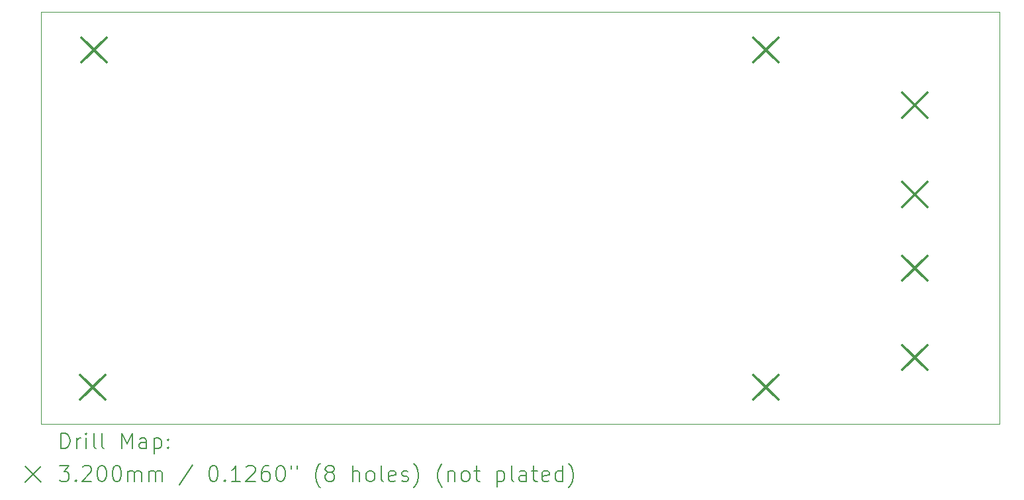
<source format=gbr>
%FSLAX45Y45*%
G04 Gerber Fmt 4.5, Leading zero omitted, Abs format (unit mm)*
G04 Created by KiCad (PCBNEW (6.0.2)) date 2022-02-18 01:26:50*
%MOMM*%
%LPD*%
G01*
G04 APERTURE LIST*
%TA.AperFunction,Profile*%
%ADD10C,0.100000*%
%TD*%
%ADD11C,0.200000*%
%ADD12C,0.320000*%
G04 APERTURE END LIST*
D10*
X27940000Y-1841500D02*
X15684500Y-1841500D01*
X27940000Y-7112000D02*
X27940000Y-1841500D01*
X15684500Y-7112000D02*
X27940000Y-7112000D01*
X15684500Y-1841500D02*
X15684500Y-7112000D01*
D11*
D12*
X16184900Y-6482100D02*
X16504900Y-6802100D01*
X16504900Y-6482100D02*
X16184900Y-6802100D01*
X16201200Y-2164100D02*
X16521200Y-2484100D01*
X16521200Y-2164100D02*
X16201200Y-2484100D01*
X24795500Y-2164100D02*
X25115500Y-2484100D01*
X25115500Y-2164100D02*
X24795500Y-2484100D01*
X24795500Y-6482100D02*
X25115500Y-6802100D01*
X25115500Y-6482100D02*
X24795500Y-6802100D01*
X26699300Y-2873800D02*
X27019300Y-3193800D01*
X27019300Y-2873800D02*
X26699300Y-3193800D01*
X26699300Y-4016800D02*
X27019300Y-4336800D01*
X27019300Y-4016800D02*
X26699300Y-4336800D01*
X26699700Y-4959300D02*
X27019700Y-5279300D01*
X27019700Y-4959300D02*
X26699700Y-5279300D01*
X26699700Y-6102300D02*
X27019700Y-6422300D01*
X27019700Y-6102300D02*
X26699700Y-6422300D01*
D11*
X15937119Y-7427476D02*
X15937119Y-7227476D01*
X15984738Y-7227476D01*
X16013309Y-7237000D01*
X16032357Y-7256048D01*
X16041881Y-7275095D01*
X16051405Y-7313190D01*
X16051405Y-7341762D01*
X16041881Y-7379857D01*
X16032357Y-7398905D01*
X16013309Y-7417952D01*
X15984738Y-7427476D01*
X15937119Y-7427476D01*
X16137119Y-7427476D02*
X16137119Y-7294143D01*
X16137119Y-7332238D02*
X16146643Y-7313190D01*
X16156167Y-7303667D01*
X16175214Y-7294143D01*
X16194262Y-7294143D01*
X16260928Y-7427476D02*
X16260928Y-7294143D01*
X16260928Y-7227476D02*
X16251405Y-7237000D01*
X16260928Y-7246524D01*
X16270452Y-7237000D01*
X16260928Y-7227476D01*
X16260928Y-7246524D01*
X16384738Y-7427476D02*
X16365690Y-7417952D01*
X16356167Y-7398905D01*
X16356167Y-7227476D01*
X16489500Y-7427476D02*
X16470452Y-7417952D01*
X16460928Y-7398905D01*
X16460928Y-7227476D01*
X16718071Y-7427476D02*
X16718071Y-7227476D01*
X16784738Y-7370333D01*
X16851405Y-7227476D01*
X16851405Y-7427476D01*
X17032357Y-7427476D02*
X17032357Y-7322714D01*
X17022833Y-7303667D01*
X17003786Y-7294143D01*
X16965690Y-7294143D01*
X16946643Y-7303667D01*
X17032357Y-7417952D02*
X17013310Y-7427476D01*
X16965690Y-7427476D01*
X16946643Y-7417952D01*
X16937119Y-7398905D01*
X16937119Y-7379857D01*
X16946643Y-7360809D01*
X16965690Y-7351286D01*
X17013310Y-7351286D01*
X17032357Y-7341762D01*
X17127595Y-7294143D02*
X17127595Y-7494143D01*
X17127595Y-7303667D02*
X17146643Y-7294143D01*
X17184738Y-7294143D01*
X17203786Y-7303667D01*
X17213310Y-7313190D01*
X17222833Y-7332238D01*
X17222833Y-7389381D01*
X17213310Y-7408428D01*
X17203786Y-7417952D01*
X17184738Y-7427476D01*
X17146643Y-7427476D01*
X17127595Y-7417952D01*
X17308548Y-7408428D02*
X17318071Y-7417952D01*
X17308548Y-7427476D01*
X17299024Y-7417952D01*
X17308548Y-7408428D01*
X17308548Y-7427476D01*
X17308548Y-7303667D02*
X17318071Y-7313190D01*
X17308548Y-7322714D01*
X17299024Y-7313190D01*
X17308548Y-7303667D01*
X17308548Y-7322714D01*
X15479500Y-7657000D02*
X15679500Y-7857000D01*
X15679500Y-7657000D02*
X15479500Y-7857000D01*
X15918071Y-7647476D02*
X16041881Y-7647476D01*
X15975214Y-7723667D01*
X16003786Y-7723667D01*
X16022833Y-7733190D01*
X16032357Y-7742714D01*
X16041881Y-7761762D01*
X16041881Y-7809381D01*
X16032357Y-7828428D01*
X16022833Y-7837952D01*
X16003786Y-7847476D01*
X15946643Y-7847476D01*
X15927595Y-7837952D01*
X15918071Y-7828428D01*
X16127595Y-7828428D02*
X16137119Y-7837952D01*
X16127595Y-7847476D01*
X16118071Y-7837952D01*
X16127595Y-7828428D01*
X16127595Y-7847476D01*
X16213309Y-7666524D02*
X16222833Y-7657000D01*
X16241881Y-7647476D01*
X16289500Y-7647476D01*
X16308548Y-7657000D01*
X16318071Y-7666524D01*
X16327595Y-7685571D01*
X16327595Y-7704619D01*
X16318071Y-7733190D01*
X16203786Y-7847476D01*
X16327595Y-7847476D01*
X16451405Y-7647476D02*
X16470452Y-7647476D01*
X16489500Y-7657000D01*
X16499024Y-7666524D01*
X16508548Y-7685571D01*
X16518071Y-7723667D01*
X16518071Y-7771286D01*
X16508548Y-7809381D01*
X16499024Y-7828428D01*
X16489500Y-7837952D01*
X16470452Y-7847476D01*
X16451405Y-7847476D01*
X16432357Y-7837952D01*
X16422833Y-7828428D01*
X16413309Y-7809381D01*
X16403786Y-7771286D01*
X16403786Y-7723667D01*
X16413309Y-7685571D01*
X16422833Y-7666524D01*
X16432357Y-7657000D01*
X16451405Y-7647476D01*
X16641881Y-7647476D02*
X16660928Y-7647476D01*
X16679976Y-7657000D01*
X16689500Y-7666524D01*
X16699024Y-7685571D01*
X16708548Y-7723667D01*
X16708548Y-7771286D01*
X16699024Y-7809381D01*
X16689500Y-7828428D01*
X16679976Y-7837952D01*
X16660928Y-7847476D01*
X16641881Y-7847476D01*
X16622833Y-7837952D01*
X16613309Y-7828428D01*
X16603786Y-7809381D01*
X16594262Y-7771286D01*
X16594262Y-7723667D01*
X16603786Y-7685571D01*
X16613309Y-7666524D01*
X16622833Y-7657000D01*
X16641881Y-7647476D01*
X16794262Y-7847476D02*
X16794262Y-7714143D01*
X16794262Y-7733190D02*
X16803786Y-7723667D01*
X16822833Y-7714143D01*
X16851405Y-7714143D01*
X16870452Y-7723667D01*
X16879976Y-7742714D01*
X16879976Y-7847476D01*
X16879976Y-7742714D02*
X16889500Y-7723667D01*
X16908548Y-7714143D01*
X16937119Y-7714143D01*
X16956167Y-7723667D01*
X16965690Y-7742714D01*
X16965690Y-7847476D01*
X17060929Y-7847476D02*
X17060929Y-7714143D01*
X17060929Y-7733190D02*
X17070452Y-7723667D01*
X17089500Y-7714143D01*
X17118071Y-7714143D01*
X17137119Y-7723667D01*
X17146643Y-7742714D01*
X17146643Y-7847476D01*
X17146643Y-7742714D02*
X17156167Y-7723667D01*
X17175214Y-7714143D01*
X17203786Y-7714143D01*
X17222833Y-7723667D01*
X17232357Y-7742714D01*
X17232357Y-7847476D01*
X17622833Y-7637952D02*
X17451405Y-7895095D01*
X17879976Y-7647476D02*
X17899024Y-7647476D01*
X17918071Y-7657000D01*
X17927595Y-7666524D01*
X17937119Y-7685571D01*
X17946643Y-7723667D01*
X17946643Y-7771286D01*
X17937119Y-7809381D01*
X17927595Y-7828428D01*
X17918071Y-7837952D01*
X17899024Y-7847476D01*
X17879976Y-7847476D01*
X17860929Y-7837952D01*
X17851405Y-7828428D01*
X17841881Y-7809381D01*
X17832357Y-7771286D01*
X17832357Y-7723667D01*
X17841881Y-7685571D01*
X17851405Y-7666524D01*
X17860929Y-7657000D01*
X17879976Y-7647476D01*
X18032357Y-7828428D02*
X18041881Y-7837952D01*
X18032357Y-7847476D01*
X18022833Y-7837952D01*
X18032357Y-7828428D01*
X18032357Y-7847476D01*
X18232357Y-7847476D02*
X18118071Y-7847476D01*
X18175214Y-7847476D02*
X18175214Y-7647476D01*
X18156167Y-7676048D01*
X18137119Y-7695095D01*
X18118071Y-7704619D01*
X18308548Y-7666524D02*
X18318071Y-7657000D01*
X18337119Y-7647476D01*
X18384738Y-7647476D01*
X18403786Y-7657000D01*
X18413310Y-7666524D01*
X18422833Y-7685571D01*
X18422833Y-7704619D01*
X18413310Y-7733190D01*
X18299024Y-7847476D01*
X18422833Y-7847476D01*
X18594262Y-7647476D02*
X18556167Y-7647476D01*
X18537119Y-7657000D01*
X18527595Y-7666524D01*
X18508548Y-7695095D01*
X18499024Y-7733190D01*
X18499024Y-7809381D01*
X18508548Y-7828428D01*
X18518071Y-7837952D01*
X18537119Y-7847476D01*
X18575214Y-7847476D01*
X18594262Y-7837952D01*
X18603786Y-7828428D01*
X18613310Y-7809381D01*
X18613310Y-7761762D01*
X18603786Y-7742714D01*
X18594262Y-7733190D01*
X18575214Y-7723667D01*
X18537119Y-7723667D01*
X18518071Y-7733190D01*
X18508548Y-7742714D01*
X18499024Y-7761762D01*
X18737119Y-7647476D02*
X18756167Y-7647476D01*
X18775214Y-7657000D01*
X18784738Y-7666524D01*
X18794262Y-7685571D01*
X18803786Y-7723667D01*
X18803786Y-7771286D01*
X18794262Y-7809381D01*
X18784738Y-7828428D01*
X18775214Y-7837952D01*
X18756167Y-7847476D01*
X18737119Y-7847476D01*
X18718071Y-7837952D01*
X18708548Y-7828428D01*
X18699024Y-7809381D01*
X18689500Y-7771286D01*
X18689500Y-7723667D01*
X18699024Y-7685571D01*
X18708548Y-7666524D01*
X18718071Y-7657000D01*
X18737119Y-7647476D01*
X18879976Y-7647476D02*
X18879976Y-7685571D01*
X18956167Y-7647476D02*
X18956167Y-7685571D01*
X19251405Y-7923667D02*
X19241881Y-7914143D01*
X19222833Y-7885571D01*
X19213310Y-7866524D01*
X19203786Y-7837952D01*
X19194262Y-7790333D01*
X19194262Y-7752238D01*
X19203786Y-7704619D01*
X19213310Y-7676048D01*
X19222833Y-7657000D01*
X19241881Y-7628428D01*
X19251405Y-7618905D01*
X19356167Y-7733190D02*
X19337119Y-7723667D01*
X19327595Y-7714143D01*
X19318071Y-7695095D01*
X19318071Y-7685571D01*
X19327595Y-7666524D01*
X19337119Y-7657000D01*
X19356167Y-7647476D01*
X19394262Y-7647476D01*
X19413310Y-7657000D01*
X19422833Y-7666524D01*
X19432357Y-7685571D01*
X19432357Y-7695095D01*
X19422833Y-7714143D01*
X19413310Y-7723667D01*
X19394262Y-7733190D01*
X19356167Y-7733190D01*
X19337119Y-7742714D01*
X19327595Y-7752238D01*
X19318071Y-7771286D01*
X19318071Y-7809381D01*
X19327595Y-7828428D01*
X19337119Y-7837952D01*
X19356167Y-7847476D01*
X19394262Y-7847476D01*
X19413310Y-7837952D01*
X19422833Y-7828428D01*
X19432357Y-7809381D01*
X19432357Y-7771286D01*
X19422833Y-7752238D01*
X19413310Y-7742714D01*
X19394262Y-7733190D01*
X19670452Y-7847476D02*
X19670452Y-7647476D01*
X19756167Y-7847476D02*
X19756167Y-7742714D01*
X19746643Y-7723667D01*
X19727595Y-7714143D01*
X19699024Y-7714143D01*
X19679976Y-7723667D01*
X19670452Y-7733190D01*
X19879976Y-7847476D02*
X19860929Y-7837952D01*
X19851405Y-7828428D01*
X19841881Y-7809381D01*
X19841881Y-7752238D01*
X19851405Y-7733190D01*
X19860929Y-7723667D01*
X19879976Y-7714143D01*
X19908548Y-7714143D01*
X19927595Y-7723667D01*
X19937119Y-7733190D01*
X19946643Y-7752238D01*
X19946643Y-7809381D01*
X19937119Y-7828428D01*
X19927595Y-7837952D01*
X19908548Y-7847476D01*
X19879976Y-7847476D01*
X20060929Y-7847476D02*
X20041881Y-7837952D01*
X20032357Y-7818905D01*
X20032357Y-7647476D01*
X20213310Y-7837952D02*
X20194262Y-7847476D01*
X20156167Y-7847476D01*
X20137119Y-7837952D01*
X20127595Y-7818905D01*
X20127595Y-7742714D01*
X20137119Y-7723667D01*
X20156167Y-7714143D01*
X20194262Y-7714143D01*
X20213310Y-7723667D01*
X20222833Y-7742714D01*
X20222833Y-7761762D01*
X20127595Y-7780809D01*
X20299024Y-7837952D02*
X20318071Y-7847476D01*
X20356167Y-7847476D01*
X20375214Y-7837952D01*
X20384738Y-7818905D01*
X20384738Y-7809381D01*
X20375214Y-7790333D01*
X20356167Y-7780809D01*
X20327595Y-7780809D01*
X20308548Y-7771286D01*
X20299024Y-7752238D01*
X20299024Y-7742714D01*
X20308548Y-7723667D01*
X20327595Y-7714143D01*
X20356167Y-7714143D01*
X20375214Y-7723667D01*
X20451405Y-7923667D02*
X20460929Y-7914143D01*
X20479976Y-7885571D01*
X20489500Y-7866524D01*
X20499024Y-7837952D01*
X20508548Y-7790333D01*
X20508548Y-7752238D01*
X20499024Y-7704619D01*
X20489500Y-7676048D01*
X20479976Y-7657000D01*
X20460929Y-7628428D01*
X20451405Y-7618905D01*
X20813310Y-7923667D02*
X20803786Y-7914143D01*
X20784738Y-7885571D01*
X20775214Y-7866524D01*
X20765690Y-7837952D01*
X20756167Y-7790333D01*
X20756167Y-7752238D01*
X20765690Y-7704619D01*
X20775214Y-7676048D01*
X20784738Y-7657000D01*
X20803786Y-7628428D01*
X20813310Y-7618905D01*
X20889500Y-7714143D02*
X20889500Y-7847476D01*
X20889500Y-7733190D02*
X20899024Y-7723667D01*
X20918071Y-7714143D01*
X20946643Y-7714143D01*
X20965690Y-7723667D01*
X20975214Y-7742714D01*
X20975214Y-7847476D01*
X21099024Y-7847476D02*
X21079976Y-7837952D01*
X21070452Y-7828428D01*
X21060929Y-7809381D01*
X21060929Y-7752238D01*
X21070452Y-7733190D01*
X21079976Y-7723667D01*
X21099024Y-7714143D01*
X21127595Y-7714143D01*
X21146643Y-7723667D01*
X21156167Y-7733190D01*
X21165690Y-7752238D01*
X21165690Y-7809381D01*
X21156167Y-7828428D01*
X21146643Y-7837952D01*
X21127595Y-7847476D01*
X21099024Y-7847476D01*
X21222833Y-7714143D02*
X21299024Y-7714143D01*
X21251405Y-7647476D02*
X21251405Y-7818905D01*
X21260929Y-7837952D01*
X21279976Y-7847476D01*
X21299024Y-7847476D01*
X21518071Y-7714143D02*
X21518071Y-7914143D01*
X21518071Y-7723667D02*
X21537119Y-7714143D01*
X21575214Y-7714143D01*
X21594262Y-7723667D01*
X21603786Y-7733190D01*
X21613310Y-7752238D01*
X21613310Y-7809381D01*
X21603786Y-7828428D01*
X21594262Y-7837952D01*
X21575214Y-7847476D01*
X21537119Y-7847476D01*
X21518071Y-7837952D01*
X21727595Y-7847476D02*
X21708548Y-7837952D01*
X21699024Y-7818905D01*
X21699024Y-7647476D01*
X21889500Y-7847476D02*
X21889500Y-7742714D01*
X21879976Y-7723667D01*
X21860929Y-7714143D01*
X21822833Y-7714143D01*
X21803786Y-7723667D01*
X21889500Y-7837952D02*
X21870452Y-7847476D01*
X21822833Y-7847476D01*
X21803786Y-7837952D01*
X21794262Y-7818905D01*
X21794262Y-7799857D01*
X21803786Y-7780809D01*
X21822833Y-7771286D01*
X21870452Y-7771286D01*
X21889500Y-7761762D01*
X21956167Y-7714143D02*
X22032357Y-7714143D01*
X21984738Y-7647476D02*
X21984738Y-7818905D01*
X21994262Y-7837952D01*
X22013310Y-7847476D01*
X22032357Y-7847476D01*
X22175214Y-7837952D02*
X22156167Y-7847476D01*
X22118071Y-7847476D01*
X22099024Y-7837952D01*
X22089500Y-7818905D01*
X22089500Y-7742714D01*
X22099024Y-7723667D01*
X22118071Y-7714143D01*
X22156167Y-7714143D01*
X22175214Y-7723667D01*
X22184738Y-7742714D01*
X22184738Y-7761762D01*
X22089500Y-7780809D01*
X22356167Y-7847476D02*
X22356167Y-7647476D01*
X22356167Y-7837952D02*
X22337119Y-7847476D01*
X22299024Y-7847476D01*
X22279976Y-7837952D01*
X22270452Y-7828428D01*
X22260929Y-7809381D01*
X22260929Y-7752238D01*
X22270452Y-7733190D01*
X22279976Y-7723667D01*
X22299024Y-7714143D01*
X22337119Y-7714143D01*
X22356167Y-7723667D01*
X22432357Y-7923667D02*
X22441881Y-7914143D01*
X22460928Y-7885571D01*
X22470452Y-7866524D01*
X22479976Y-7837952D01*
X22489500Y-7790333D01*
X22489500Y-7752238D01*
X22479976Y-7704619D01*
X22470452Y-7676048D01*
X22460928Y-7657000D01*
X22441881Y-7628428D01*
X22432357Y-7618905D01*
M02*

</source>
